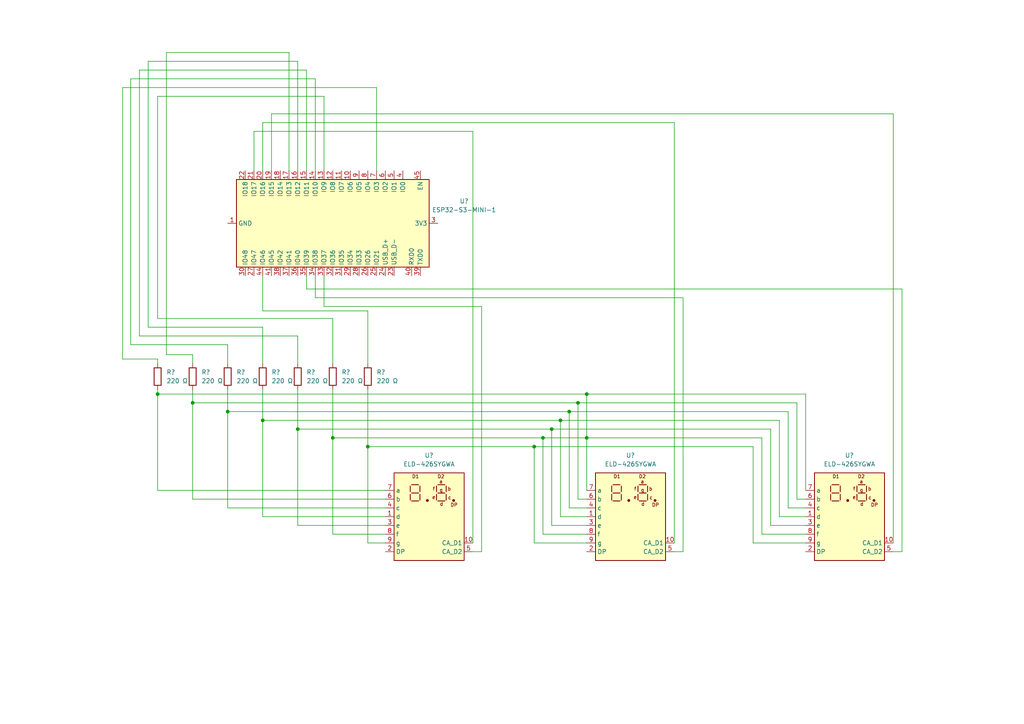
<source format=kicad_sch>
(kicad_sch (version 20250114) (generator "eeschema") (generator_version "9.0")
  (paper "A4")
  (lib_symbols
    (symbol "Device:R" (pin_numbers (hide yes)) (pin_names (offset 0))
      (property "Reference" "R" (at 2.032 0 90))
      (property "Value" "R" (at 0 0 90))
      (symbol "R_0_1"
        (rectangle (start -1.016 -2.54) (end 1.016 2.54) (stroke (width 0.254)))
      )
      (symbol "R_1_1"
        (pin passive line (at 0 3.81 270) (length 1.27) (name "~") (number "1"))
        (pin passive line (at 0 -3.81 90) (length 1.27) (name "~") (number "2"))
      )
    )
    (symbol "Display_Character:ELD-426SYGWA"
      (property "Reference" "U" (at -8.89 13.97 0))
      (property "Value" "ELD-426SYGWA" (at -2.794 -14.224 0))
      (symbol "ELD-426SYGWA_0_0"
        (text "D1" (at -3.937 11.684 0) (effects (font (size 0.9906 0.9906))))
        (text "f" (at 1.3716 8.1026 0) (effects (font (size 0.9906 0.9906))))
        (text "e" (at 1.3716 5.6388 0) (effects (font (size 0.9906 0.9906))))
        (text "D2" (at 3.429 11.684 0) (effects (font (size 0.9906 0.9906))))
        (text "a" (at 3.4544 10.1854 0) (effects (font (size 0.9906 0.9906))))
        (text "g" (at 3.5052 7.7216 0) (effects (font (size 0.9906 0.9906))))
        (text "d" (at 3.6068 3.683 0) (effects (font (size 0.9906 0.9906))))
        (text "b" (at 5.842 8.0772 0) (effects (font (size 0.9906 0.9906))))
        (text "c" (at 5.9436 5.5372 0) (effects (font (size 0.9906 0.9906))))
        (text "DP" (at 7.239 3.429 0) (effects (font (size 0.9906 0.9906))))
      )
      (symbol "ELD-426SYGWA_0_1"
        (rectangle (start -10.16 12.7) (end 10.16 -12.7) (stroke (width 0.254)) (fill (type background)))
        (polyline (pts (xy -5.461 7.239) (xy -5.461 8.89)) (stroke (width 0.254)))
        (polyline (pts (xy -5.461 4.826) (xy -5.461 6.477)) (stroke (width 0.254)))
        (polyline (pts (xy -5.08 9.271) (xy -3.048 9.271)) (stroke (width 0.254)))
        (polyline (pts (xy -5.08 6.858) (xy -3.048 6.858)) (stroke (width 0.254)))
        (polyline (pts (xy -5.08 4.572) (xy -3.048 4.572)) (stroke (width 0.254)))
        (polyline (pts (xy -2.667 7.239) (xy -2.667 8.89)) (stroke (width 0.254)))
        (polyline (pts (xy -2.667 4.826) (xy -2.667 6.477)) (stroke (width 0.254)))
        (circle (center -0.508 4.699) (radius 0.2794) (stroke (width 0.254)) (fill (type outline)))
        (polyline (pts (xy 2.159 7.239) (xy 2.159 8.89)) (stroke (width 0.254)))
        (polyline (pts (xy 2.159 4.826) (xy 2.159 6.477)) (stroke (width 0.254)))
        (polyline (pts (xy 2.54 9.271) (xy 4.572 9.271)) (stroke (width 0.254)))
        (polyline (pts (xy 2.54 6.858) (xy 4.572 6.858)) (stroke (width 0.254)))
        (polyline (pts (xy 2.54 4.572) (xy 4.572 4.572)) (stroke (width 0.254)))
        (polyline (pts (xy 4.953 7.239) (xy 4.953 8.89)) (stroke (width 0.254)))
        (polyline (pts (xy 4.953 4.826) (xy 4.953 6.477)) (stroke (width 0.254)))
        (circle (center 7.112 4.699) (radius 0.2794) (stroke (width 0.254)) (fill (type outline)))
      )
      (symbol "ELD-426SYGWA_1_1"
        (pin input line (at -12.7 7.62 0) (length 2.54) (name "a") (number "7"))
        (pin input line (at -12.7 5.08 0) (length 2.54) (name "b") (number "6"))
        (pin input line (at -12.7 2.54 0) (length 2.54) (name "c") (number "4"))
        (pin input line (at -12.7 0 0) (length 2.54) (name "d") (number "1"))
        (pin input line (at -12.7 -2.54 0) (length 2.54) (name "e") (number "3"))
        (pin input line (at -12.7 -5.08 0) (length 2.54) (name "f") (number "8"))
        (pin input line (at -12.7 -7.62 0) (length 2.54) (name "g") (number "9"))
        (pin input line (at -12.7 -10.16 0) (length 2.54) (name "DP") (number "2"))
        (pin input line (at 12.7 -7.62 180) (length 2.54) (name "CA_D1") (number "10"))
        (pin input line (at 12.7 -10.16 180) (length 2.54) (name "CA_D2") (number "5"))
      )
    )
    (symbol "RF_Module:ESP32-S3-MINI-1"
      (property "Reference" "U" (at -11.43 29.21 0))
      (property "Value" "ESP32-S3-MINI-1" (at 12.7 29.21 0))
      (symbol "ESP32-S3-MINI-1_0_1"
        (rectangle (start -12.7 27.94) (end 12.7 -27.94) (stroke (width 0.254)) (fill (type background)))
      )
      (symbol "ESP32-S3-MINI-1_1_1"
        (pin input line (at -15.24 25.4 0) (length 2.54) (name "EN") (number "45"))
        (pin bidirectional line (at -15.24 20.32 0) (length 2.54) (name "IO0") (number "4"))
        (pin bidirectional line (at -15.24 17.78 0) (length 2.54) (name "IO1") (number "5"))
        (pin bidirectional line (at -15.24 15.24 0) (length 2.54) (name "IO2") (number "6"))
        (pin bidirectional line (at -15.24 12.7 0) (length 2.54) (name "IO3") (number "7"))
        (pin bidirectional line (at -15.24 10.16 0) (length 2.54) (name "IO4") (number "8"))
        (pin bidirectional line (at -15.24 7.62 0) (length 2.54) (name "IO5") (number "9"))
        (pin bidirectional line (at -15.24 5.08 0) (length 2.54) (name "IO6") (number "10"))
        (pin bidirectional line (at -15.24 2.54 0) (length 2.54) (name "IO7") (number "11"))
        (pin bidirectional line (at -15.24 0 0) (length 2.54) (name "IO8") (number "12"))
        (pin bidirectional line (at -15.24 -2.54 0) (length 2.54) (name "IO9") (number "13"))
        (pin bidirectional line (at -15.24 -5.08 0) (length 2.54) (name "IO10") (number "14"))
        (pin bidirectional line (at -15.24 -7.62 0) (length 2.54) (name "IO11") (number "15"))
        (pin bidirectional line (at -15.24 -10.16 0) (length 2.54) (name "IO12") (number "16"))
        (pin bidirectional line (at -15.24 -12.7 0) (length 2.54) (name "IO13") (number "17"))
        (pin bidirectional line (at -15.24 -15.24 0) (length 2.54) (name "IO14") (number "18"))
        (pin bidirectional line (at -15.24 -17.78 0) (length 2.54) (name "IO15") (number "19"))
        (pin bidirectional line (at -15.24 -20.32 0) (length 2.54) (name "IO16") (number "20"))
        (pin bidirectional line (at -15.24 -22.86 0) (length 2.54) (name "IO17") (number "21"))
        (pin bidirectional line (at -15.24 -25.4 0) (length 2.54) (name "IO18") (number "22"))
        (pin power_in line (at 0 30.48 270) (length 2.54) (name "3V3") (number "3"))
        (pin power_in line (at 0 -30.48 90) (length 2.54) (name "GND") (number "1"))
        (pin passive line (at 0 -30.48 90) (length 2.54) (hide yes) (name "GND") (number "2"))
        (pin passive line (at 0 -30.48 90) (length 2.54) (hide yes) (name "GND") (number "42"))
        (pin passive line (at 0 -30.48 90) (length 2.54) (hide yes) (name "GND") (number "43"))
        (pin passive line (at 0 -30.48 90) (length 2.54) (hide yes) (name "GND") (number "46"))
        (pin passive line (at 0 -30.48 90) (length 2.54) (hide yes) (name "GND") (number "47"))
        (pin passive line (at 0 -30.48 90) (length 2.54) (hide yes) (name "GND") (number "48"))
        (pin passive line (at 0 -30.48 90) (length 2.54) (hide yes) (name "GND") (number "49"))
        (pin passive line (at 0 -30.48 90) (length 2.54) (hide yes) (name "GND") (number "50"))
        (pin passive line (at 0 -30.48 90) (length 2.54) (hide yes) (name "GND") (number "51"))
        (pin passive line (at 0 -30.48 90) (length 2.54) (hide yes) (name "GND") (number "52"))
        (pin passive line (at 0 -30.48 90) (length 2.54) (hide yes) (name "GND") (number "53"))
        (pin passive line (at 0 -30.48 90) (length 2.54) (hide yes) (name "GND") (number "54"))
        (pin passive line (at 0 -30.48 90) (length 2.54) (hide yes) (name "GND") (number "55"))
        (pin passive line (at 0 -30.48 90) (length 2.54) (hide yes) (name "GND") (number "56"))
        (pin passive line (at 0 -30.48 90) (length 2.54) (hide yes) (name "GND") (number "57"))
        (pin passive line (at 0 -30.48 90) (length 2.54) (hide yes) (name "GND") (number "58"))
        (pin passive line (at 0 -30.48 90) (length 2.54) (hide yes) (name "GND") (number "59"))
        (pin passive line (at 0 -30.48 90) (length 2.54) (hide yes) (name "GND") (number "60"))
        (pin passive line (at 0 -30.48 90) (length 2.54) (hide yes) (name "GND") (number "61"))
        (pin passive line (at 0 -30.48 90) (length 2.54) (hide yes) (name "GND") (number "62"))
        (pin passive line (at 0 -30.48 90) (length 2.54) (hide yes) (name "GND") (number "63"))
        (pin passive line (at 0 -30.48 90) (length 2.54) (hide yes) (name "GND") (number "64"))
        (pin passive line (at 0 -30.48 90) (length 2.54) (hide yes) (name "GND") (number "65"))
        (pin bidirectional line (at 15.24 25.4 180) (length 2.54) (name "TXD0") (number "39"))
        (pin bidirectional line (at 15.24 22.86 180) (length 2.54) (name "RXD0") (number "40"))
        (pin bidirectional line (at 15.24 17.78 180) (length 2.54) (name "USB_D-") (number "23"))
        (pin bidirectional line (at 15.24 15.24 180) (length 2.54) (name "USB_D+") (number "24"))
        (pin bidirectional line (at 15.24 12.7 180) (length 2.54) (name "IO21") (number "25"))
        (pin bidirectional line (at 15.24 10.16 180) (length 2.54) (name "IO26") (number "26"))
        (pin bidirectional line (at 15.24 7.62 180) (length 2.54) (name "IO33") (number "28"))
        (pin bidirectional line (at 15.24 5.08 180) (length 2.54) (name "IO34") (number "29"))
        (pin bidirectional line (at 15.24 2.54 180) (length 2.54) (name "IO35") (number "31"))
        (pin bidirectional line (at 15.24 0 180) (length 2.54) (name "IO36") (number "32"))
        (pin bidirectional line (at 15.24 -2.54 180) (length 2.54) (name "IO37") (number "33"))
        (pin bidirectional line (at 15.24 -5.08 180) (length 2.54) (name "IO38") (number "34"))
        (pin bidirectional line (at 15.24 -7.62 180) (length 2.54) (name "IO39") (number "35"))
        (pin bidirectional line (at 15.24 -10.16 180) (length 2.54) (name "IO40") (number "36"))
        (pin bidirectional line (at 15.24 -12.7 180) (length 2.54) (name "IO41") (number "37"))
        (pin bidirectional line (at 15.24 -15.24 180) (length 2.54) (name "IO42") (number "38"))
        (pin bidirectional line (at 15.24 -17.78 180) (length 2.54) (name "IO45") (number "41"))
        (pin bidirectional line (at 15.24 -20.32 180) (length 2.54) (name "IO46") (number "44"))
        (pin bidirectional line (at 15.24 -22.86 180) (length 2.54) (name "IO47") (number "27"))
        (pin bidirectional line (at 15.24 -25.4 180) (length 2.54) (name "IO48") (number "30"))
      )
    )
  )
  (junction (at 45.72 114.3))
  (junction (at 96.52 127))
  (junction (at 167.64 116.84))
  (junction (at 55.88 116.84))
  (junction (at 170.18 114.3))
  (junction (at 76.2 121.92))
  (junction (at 66.04 119.38))
  (junction (at 170.18 127))
  (junction (at 157.48 127))
  (junction (at 160.02 124.46))
  (junction (at 106.68 129.54))
  (junction (at 165.1 119.38))
  (junction (at 162.56 121.92))
  (junction (at 154.94 129.54))
  (junction (at 86.36 124.46))
  (wire (pts (xy 198.12 86.36) (xy 198.12 160.02)))
  (wire (pts (xy 170.18 154.94) (xy 157.48 154.94)))
  (wire (pts (xy 106.68 129.54) (xy 106.68 113.03)))
  (wire (pts (xy 170.18 114.3) (xy 170.18 127)))
  (wire (pts (xy 170.18 127) (xy 157.48 127)))
  (wire (pts (xy 83.82 15.24) (xy 48.26 15.24)))
  (wire (pts (xy 91.44 80.01) (xy 91.44 86.36)))
  (wire (pts (xy 93.98 88.9) (xy 139.7 88.9)))
  (wire (pts (xy 165.1 119.38) (xy 66.04 119.38)))
  (wire (pts (xy 86.36 17.78) (xy 42.979 17.78)))
  (wire (pts (xy 76.2 121.92) (xy 76.2 113.03)))
  (wire (pts (xy 106.68 157.48) (xy 106.68 129.54)))
  (wire (pts (xy 86.36 17.78) (xy 86.36 49.53)))
  (wire (pts (xy 261.62 83.82) (xy 261.62 160.02)))
  (wire (pts (xy 220.98 127) (xy 170.18 127)))
  (wire (pts (xy 139.7 160.02) (xy 137.16 160.02)))
  (wire (pts (xy 111.76 152.4) (xy 86.36 152.4)))
  (wire (pts (xy 162.56 121.92) (xy 226.06 121.92)))
  (wire (pts (xy 157.48 127) (xy 96.52 127)))
  (wire (pts (xy 137.16 38.1) (xy 137.16 157.48)))
  (wire (pts (xy 88.9 83.82) (xy 261.62 83.82)))
  (wire (pts (xy 86.36 97.4434) (xy 86.36 105.41)))
  (wire (pts (xy 55.88 116.84) (xy 55.88 144.78)))
  (wire (pts (xy 167.64 116.84) (xy 55.88 116.84)))
  (wire (pts (xy 76.2 90.17) (xy 106.68 90.17)))
  (wire (pts (xy 40.439 97.4434) (xy 86.36 97.4434)))
  (wire (pts (xy 78.74 49.53) (xy 78.74 33.02)))
  (wire (pts (xy 111.76 144.78) (xy 55.88 144.78)))
  (wire (pts (xy 233.68 149.86) (xy 226.06 149.86)))
  (wire (pts (xy 96.52 92.3634) (xy 96.52 105.41)))
  (wire (pts (xy 226.06 149.86) (xy 226.06 121.92)))
  (wire (pts (xy 165.1 147.32) (xy 165.1 119.38)))
  (wire (pts (xy 170.18 147.32) (xy 165.1 147.32)))
  (wire (pts (xy 111.76 157.48) (xy 106.68 157.48)))
  (wire (pts (xy 91.44 22.86) (xy 91.44 49.53)))
  (wire (pts (xy 78.74 33.02) (xy 259.08 33.02)))
  (wire (pts (xy 76.2 94.9034) (xy 76.2 105.41)))
  (wire (pts (xy 76.2 49.53) (xy 76.2 35.56)))
  (wire (pts (xy 231.14 144.78) (xy 231.14 116.84)))
  (wire (pts (xy 218.44 157.48) (xy 218.44 129.54)))
  (wire (pts (xy 48.26 15.24) (xy 48.26 102.87)))
  (wire (pts (xy 40.439 20.32) (xy 40.439 97.4434)))
  (wire (pts (xy 109.22 49.53) (xy 109.22 25.4)))
  (wire (pts (xy 195.58 35.56) (xy 195.58 157.48)))
  (wire (pts (xy 170.18 114.3) (xy 233.68 114.3)))
  (wire (pts (xy 35.56 25.4) (xy 35.56 104.14)))
  (wire (pts (xy 93.98 27.94) (xy 45.72 27.94)))
  (wire (pts (xy 167.64 116.84) (xy 231.14 116.84)))
  (wire (pts (xy 48.26 102.87) (xy 55.88 102.87)))
  (wire (pts (xy 233.68 152.4) (xy 223.52 152.4)))
  (wire (pts (xy 111.76 147.32) (xy 66.04 147.32)))
  (wire (pts (xy 96.52 127) (xy 96.52 113.03)))
  (wire (pts (xy 259.08 33.02) (xy 259.08 157.48)))
  (wire (pts (xy 88.9 20.32) (xy 88.9 49.53)))
  (wire (pts (xy 55.88 102.87) (xy 55.88 105.41)))
  (wire (pts (xy 170.18 127) (xy 170.18 142.24)))
  (wire (pts (xy 160.02 124.46) (xy 86.36 124.46)))
  (wire (pts (xy 233.68 157.48) (xy 218.44 157.48)))
  (wire (pts (xy 170.18 149.86) (xy 162.56 149.86)))
  (wire (pts (xy 223.52 152.4) (xy 223.52 124.46)))
  (wire (pts (xy 73.66 38.1) (xy 73.66 49.53)))
  (wire (pts (xy 157.48 154.94) (xy 157.48 127)))
  (wire (pts (xy 91.44 86.36) (xy 198.12 86.36)))
  (wire (pts (xy 154.94 129.54) (xy 106.68 129.54)))
  (wire (pts (xy 233.68 147.32) (xy 228.6 147.32)))
  (wire (pts (xy 45.72 114.3) (xy 45.72 142.24)))
  (wire (pts (xy 111.76 142.24) (xy 45.72 142.24)))
  (wire (pts (xy 218.44 129.54) (xy 154.94 129.54)))
  (wire (pts (xy 66.04 147.32) (xy 66.04 119.38)))
  (wire (pts (xy 160.02 124.46) (xy 223.52 124.46)))
  (wire (pts (xy 167.64 144.78) (xy 167.64 116.84)))
  (wire (pts (xy 93.98 80.01) (xy 93.98 88.9)))
  (wire (pts (xy 42.979 17.78) (xy 42.979 94.9034)))
  (wire (pts (xy 88.9 80.01) (xy 88.9 83.82)))
  (wire (pts (xy 66.04 99.9834) (xy 66.04 105.41)))
  (wire (pts (xy 45.72 104.14) (xy 45.72 105.41)))
  (wire (pts (xy 66.04 119.38) (xy 66.04 113.03)))
  (wire (pts (xy 109.22 25.4) (xy 35.56 25.4)))
  (wire (pts (xy 220.98 154.94) (xy 220.98 127)))
  (wire (pts (xy 170.18 152.4) (xy 160.02 152.4)))
  (wire (pts (xy 261.62 160.02) (xy 259.08 160.02)))
  (wire (pts (xy 96.52 154.94) (xy 96.52 127)))
  (wire (pts (xy 233.68 144.78) (xy 231.14 144.78)))
  (wire (pts (xy 165.1 119.38) (xy 228.6 119.38)))
  (wire (pts (xy 233.68 154.94) (xy 220.98 154.94)))
  (wire (pts (xy 91.44 22.86) (xy 37.899 22.86)))
  (wire (pts (xy 45.72 92.3634) (xy 96.52 92.3634)))
  (wire (pts (xy 162.56 149.86) (xy 162.56 121.92)))
  (wire (pts (xy 233.68 142.24) (xy 233.68 114.3)))
  (wire (pts (xy 73.66 38.1) (xy 137.16 38.1)))
  (wire (pts (xy 170.18 157.48) (xy 154.94 157.48)))
  (wire (pts (xy 37.899 22.86) (xy 37.899 99.9834)))
  (wire (pts (xy 198.12 160.02) (xy 195.58 160.02)))
  (wire (pts (xy 228.6 147.32) (xy 228.6 119.38)))
  (wire (pts (xy 76.2 35.56) (xy 195.58 35.56)))
  (wire (pts (xy 160.02 152.4) (xy 160.02 124.46)))
  (wire (pts (xy 45.72 27.94) (xy 45.72 92.3634)))
  (wire (pts (xy 111.76 149.86) (xy 76.2 149.86)))
  (wire (pts (xy 86.36 124.46) (xy 86.36 152.4)))
  (wire (pts (xy 86.36 113.03) (xy 86.36 124.46)))
  (wire (pts (xy 106.68 90.17) (xy 106.68 105.41)))
  (wire (pts (xy 76.2 149.86) (xy 76.2 121.92)))
  (wire (pts (xy 37.899 99.9834) (xy 66.04 99.9834)))
  (wire (pts (xy 139.7 88.9) (xy 139.7 160.02)))
  (wire (pts (xy 93.98 49.53) (xy 93.98 27.94)))
  (wire (pts (xy 162.56 121.92) (xy 76.2 121.92)))
  (wire (pts (xy 170.18 144.78) (xy 167.64 144.78)))
  (wire (pts (xy 42.979 94.9034) (xy 76.2 94.9034)))
  (wire (pts (xy 45.72 113.03) (xy 45.72 114.3)))
  (wire (pts (xy 76.2 80.01) (xy 76.2 90.17)))
  (wire (pts (xy 35.56 104.14) (xy 45.72 104.14)))
  (wire (pts (xy 154.94 157.48) (xy 154.94 129.54)))
  (wire (pts (xy 170.18 114.3) (xy 45.72 114.3)))
  (wire (pts (xy 88.9 20.32) (xy 40.439 20.32)))
  (wire (pts (xy 55.88 113.03) (xy 55.88 116.84)))
  (wire (pts (xy 111.76 154.94) (xy 96.52 154.94)))
  (wire (pts (xy 83.82 15.24) (xy 83.82 49.53)))
  (symbol (lib_id "RF_Module:ESP32-S3-MINI-1") (at 96.52 64.77 270) (unit 1)
    (property "Reference" "U?" (at 134.62 58.3498 90))
    (property "Value" "ESP32-S3-MINI-1" (at 134.62 60.8898 90))
    (property "Footprint" "RF_Module:ESP32-S2-MINI-1" (effects (hide yes)))
    (property "Datasheet" "https://www.espressif.com/sites/default/files/documentation/esp32-s3-mini-1_mini-1u_datasheet_en.pdf" (effects (hide yes)))
    (property "Description" "RF Module, ESP32-S3 SoC, Wi-Fi 802.11b/g/n, Bluetooth, BLE, 32-bit, 3.3V, SMD, onboard antenna" (effects (hide yes)))
  )
  (symbol (lib_id "Device:R") (at 106.68 109.22 0) (unit 1)
    (property "Reference" "R?" (at 109.22 107.9499 0) (effects (justify left)))
    (property "Value" "220 Ω" (at 109.22 110.4899 0) (effects (justify left)))
    (property "Description" "Resistor" (effects (hide yes)))
  )
  (symbol (lib_id "Device:R") (at 55.88 109.22 0) (unit 1)
    (property "Reference" "R?" (at 58.42 107.9499 0) (effects (justify left)))
    (property "Value" "220 Ω" (at 58.42 110.4899 0) (effects (justify left)))
    (property "Description" "Resistor" (effects (hide yes)))
  )
  (symbol (lib_id "Display_Character:ELD-426SYGWA") (at 246.38 149.86 0) (unit 1)
    (property "Reference" "U?" (at 246.38 132.08 0))
    (property "Value" "ELD-426SYGWA" (at 246.38 134.62 0))
    (property "Footprint" "Display_7Segment:ELD_426XXXX" (effects (hide yes)))
    (property "Datasheet" "http://www.everlight.com/file/ProductFile/D426SYGWA-S530-E2.pdf" (effects (hide yes)))
    (property "Description" "Double 7 segment brilliant yellow green LED common anode" (effects (hide yes)))
  )
  (symbol (lib_id "Device:R") (at 86.36 109.22 0) (unit 1)
    (property "Reference" "R?" (at 88.9 107.9499 0) (effects (justify left)))
    (property "Value" "220 Ω" (at 88.9 110.4899 0) (effects (justify left)))
    (property "Description" "Resistor" (effects (hide yes)))
  )
  (symbol (lib_id "Device:R") (at 66.04 109.22 0) (unit 1)
    (property "Reference" "R?" (at 68.58 107.9499 0) (effects (justify left)))
    (property "Value" "220 Ω" (at 68.58 110.4899 0) (effects (justify left)))
    (property "Description" "Resistor" (effects (hide yes)))
  )
  (symbol (lib_id "Device:R") (at 96.52 109.22 0) (unit 1)
    (property "Reference" "R?" (at 99.06 107.9499 0) (effects (justify left)))
    (property "Value" "220 Ω" (at 99.06 110.4899 0) (effects (justify left)))
    (property "Description" "Resistor" (effects (hide yes)))
  )
  (symbol (lib_id "Display_Character:ELD-426SYGWA") (at 182.88 149.86 0) (unit 1)
    (property "Reference" "U?" (at 182.88 132.08 0))
    (property "Value" "ELD-426SYGWA" (at 182.88 134.62 0))
    (property "Footprint" "Display_7Segment:ELD_426XXXX" (effects (hide yes)))
    (property "Datasheet" "http://www.everlight.com/file/ProductFile/D426SYGWA-S530-E2.pdf" (effects (hide yes)))
    (property "Description" "Double 7 segment brilliant yellow green LED common anode" (effects (hide yes)))
  )
  (symbol (lib_id "Display_Character:ELD-426SYGWA") (at 124.46 149.86 0) (unit 1)
    (property "Reference" "U?" (at 124.46 132.08 0))
    (property "Value" "ELD-426SYGWA" (at 124.46 134.62 0))
    (property "Footprint" "Display_7Segment:ELD_426XXXX" (effects (hide yes)))
    (property "Datasheet" "http://www.everlight.com/file/ProductFile/D426SYGWA-S530-E2.pdf" (effects (hide yes)))
    (property "Description" "Double 7 segment brilliant yellow green LED common anode" (effects (hide yes)))
  )
  (symbol (lib_id "Device:R") (at 76.2 109.22 0) (unit 1)
    (property "Reference" "R?" (at 78.74 107.9499 0) (effects (justify left)))
    (property "Value" "220 Ω" (at 78.74 110.4899 0) (effects (justify left)))
    (property "Description" "Resistor" (effects (hide yes)))
  )
  (symbol (lib_id "Device:R") (at 45.72 109.22 0) (unit 1)
    (property "Reference" "R?" (at 48.26 107.9499 0) (effects (justify left)))
    (property "Value" "220 Ω" (at 48.26 110.4899 0) (effects (justify left)))
    (property "Description" "Resistor" (effects (hide yes)))
  )
)
</source>
